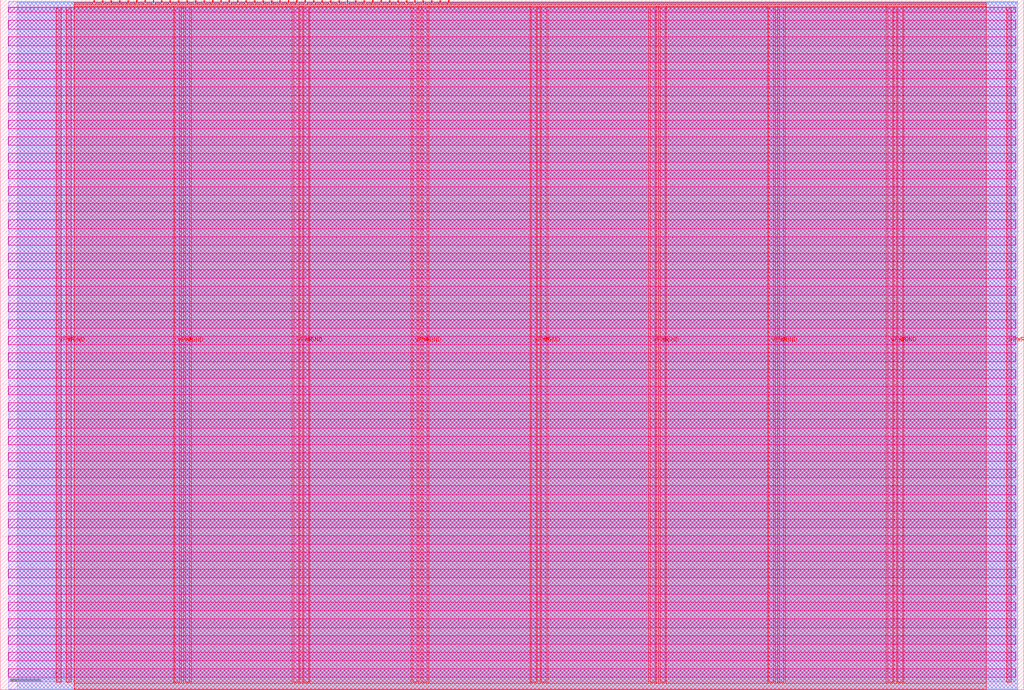
<source format=lef>
VERSION 5.7 ;
  NOWIREEXTENSIONATPIN ON ;
  DIVIDERCHAR "/" ;
  BUSBITCHARS "[]" ;
MACRO tt_um_2048_vga_game
  CLASS BLOCK ;
  FOREIGN tt_um_2048_vga_game ;
  ORIGIN 0.000 0.000 ;
  SIZE 334.880 BY 225.760 ;
  PIN VGND
    DIRECTION INOUT ;
    USE GROUND ;
    PORT
      LAYER met4 ;
        RECT 21.580 2.480 23.180 223.280 ;
    END
    PORT
      LAYER met4 ;
        RECT 60.450 2.480 62.050 223.280 ;
    END
    PORT
      LAYER met4 ;
        RECT 99.320 2.480 100.920 223.280 ;
    END
    PORT
      LAYER met4 ;
        RECT 138.190 2.480 139.790 223.280 ;
    END
    PORT
      LAYER met4 ;
        RECT 177.060 2.480 178.660 223.280 ;
    END
    PORT
      LAYER met4 ;
        RECT 215.930 2.480 217.530 223.280 ;
    END
    PORT
      LAYER met4 ;
        RECT 254.800 2.480 256.400 223.280 ;
    END
    PORT
      LAYER met4 ;
        RECT 293.670 2.480 295.270 223.280 ;
    END
  END VGND
  PIN VPWR
    DIRECTION INOUT ;
    USE POWER ;
    PORT
      LAYER met4 ;
        RECT 18.280 2.480 19.880 223.280 ;
    END
    PORT
      LAYER met4 ;
        RECT 57.150 2.480 58.750 223.280 ;
    END
    PORT
      LAYER met4 ;
        RECT 96.020 2.480 97.620 223.280 ;
    END
    PORT
      LAYER met4 ;
        RECT 134.890 2.480 136.490 223.280 ;
    END
    PORT
      LAYER met4 ;
        RECT 173.760 2.480 175.360 223.280 ;
    END
    PORT
      LAYER met4 ;
        RECT 212.630 2.480 214.230 223.280 ;
    END
    PORT
      LAYER met4 ;
        RECT 251.500 2.480 253.100 223.280 ;
    END
    PORT
      LAYER met4 ;
        RECT 290.370 2.480 291.970 223.280 ;
    END
    PORT
      LAYER met4 ;
        RECT 329.240 2.480 330.840 223.280 ;
    END
  END VPWR
  PIN clk
    DIRECTION INPUT ;
    USE SIGNAL ;
    ANTENNAGATEAREA 0.852000 ;
    PORT
      LAYER met4 ;
        RECT 143.830 224.760 144.130 225.760 ;
    END
  END clk
  PIN ena
    DIRECTION INPUT ;
    USE SIGNAL ;
    PORT
      LAYER met4 ;
        RECT 146.590 224.760 146.890 225.760 ;
    END
  END ena
  PIN rst_n
    DIRECTION INPUT ;
    USE SIGNAL ;
    ANTENNAGATEAREA 0.159000 ;
    PORT
      LAYER met4 ;
        RECT 141.070 224.760 141.370 225.760 ;
    END
  END rst_n
  PIN ui_in[0]
    DIRECTION INPUT ;
    USE SIGNAL ;
    ANTENNAGATEAREA 0.196500 ;
    PORT
      LAYER met4 ;
        RECT 138.310 224.760 138.610 225.760 ;
    END
  END ui_in[0]
  PIN ui_in[1]
    DIRECTION INPUT ;
    USE SIGNAL ;
    ANTENNAGATEAREA 0.196500 ;
    PORT
      LAYER met4 ;
        RECT 135.550 224.760 135.850 225.760 ;
    END
  END ui_in[1]
  PIN ui_in[2]
    DIRECTION INPUT ;
    USE SIGNAL ;
    ANTENNAGATEAREA 0.196500 ;
    PORT
      LAYER met4 ;
        RECT 132.790 224.760 133.090 225.760 ;
    END
  END ui_in[2]
  PIN ui_in[3]
    DIRECTION INPUT ;
    USE SIGNAL ;
    ANTENNAGATEAREA 0.196500 ;
    PORT
      LAYER met4 ;
        RECT 130.030 224.760 130.330 225.760 ;
    END
  END ui_in[3]
  PIN ui_in[4]
    DIRECTION INPUT ;
    USE SIGNAL ;
    PORT
      LAYER met4 ;
        RECT 127.270 224.760 127.570 225.760 ;
    END
  END ui_in[4]
  PIN ui_in[5]
    DIRECTION INPUT ;
    USE SIGNAL ;
    PORT
      LAYER met4 ;
        RECT 124.510 224.760 124.810 225.760 ;
    END
  END ui_in[5]
  PIN ui_in[6]
    DIRECTION INPUT ;
    USE SIGNAL ;
    PORT
      LAYER met4 ;
        RECT 121.750 224.760 122.050 225.760 ;
    END
  END ui_in[6]
  PIN ui_in[7]
    DIRECTION INPUT ;
    USE SIGNAL ;
    ANTENNAGATEAREA 0.213000 ;
    PORT
      LAYER met4 ;
        RECT 118.990 224.760 119.290 225.760 ;
    END
  END ui_in[7]
  PIN uio_in[0]
    DIRECTION INPUT ;
    USE SIGNAL ;
    ANTENNAGATEAREA 0.196500 ;
    PORT
      LAYER met4 ;
        RECT 116.230 224.760 116.530 225.760 ;
    END
  END uio_in[0]
  PIN uio_in[1]
    DIRECTION INPUT ;
    USE SIGNAL ;
    ANTENNAGATEAREA 0.213000 ;
    PORT
      LAYER met4 ;
        RECT 113.470 224.760 113.770 225.760 ;
    END
  END uio_in[1]
  PIN uio_in[2]
    DIRECTION INPUT ;
    USE SIGNAL ;
    ANTENNAGATEAREA 0.196500 ;
    PORT
      LAYER met4 ;
        RECT 110.710 224.760 111.010 225.760 ;
    END
  END uio_in[2]
  PIN uio_in[3]
    DIRECTION INPUT ;
    USE SIGNAL ;
    ANTENNAGATEAREA 0.196500 ;
    PORT
      LAYER met4 ;
        RECT 107.950 224.760 108.250 225.760 ;
    END
  END uio_in[3]
  PIN uio_in[4]
    DIRECTION INPUT ;
    USE SIGNAL ;
    ANTENNAGATEAREA 0.196500 ;
    PORT
      LAYER met4 ;
        RECT 105.190 224.760 105.490 225.760 ;
    END
  END uio_in[4]
  PIN uio_in[5]
    DIRECTION INPUT ;
    USE SIGNAL ;
    ANTENNAGATEAREA 0.196500 ;
    PORT
      LAYER met4 ;
        RECT 102.430 224.760 102.730 225.760 ;
    END
  END uio_in[5]
  PIN uio_in[6]
    DIRECTION INPUT ;
    USE SIGNAL ;
    ANTENNAGATEAREA 0.196500 ;
    PORT
      LAYER met4 ;
        RECT 99.670 224.760 99.970 225.760 ;
    END
  END uio_in[6]
  PIN uio_in[7]
    DIRECTION INPUT ;
    USE SIGNAL ;
    ANTENNAGATEAREA 0.196500 ;
    PORT
      LAYER met4 ;
        RECT 96.910 224.760 97.210 225.760 ;
    END
  END uio_in[7]
  PIN uio_oe[0]
    DIRECTION OUTPUT ;
    USE SIGNAL ;
    ANTENNADIFFAREA 0.445500 ;
    PORT
      LAYER met4 ;
        RECT 49.990 224.760 50.290 225.760 ;
    END
  END uio_oe[0]
  PIN uio_oe[1]
    DIRECTION OUTPUT ;
    USE SIGNAL ;
    ANTENNADIFFAREA 0.445500 ;
    PORT
      LAYER met4 ;
        RECT 47.230 224.760 47.530 225.760 ;
    END
  END uio_oe[1]
  PIN uio_oe[2]
    DIRECTION OUTPUT ;
    USE SIGNAL ;
    ANTENNADIFFAREA 0.445500 ;
    PORT
      LAYER met4 ;
        RECT 44.470 224.760 44.770 225.760 ;
    END
  END uio_oe[2]
  PIN uio_oe[3]
    DIRECTION OUTPUT ;
    USE SIGNAL ;
    ANTENNADIFFAREA 0.445500 ;
    PORT
      LAYER met4 ;
        RECT 41.710 224.760 42.010 225.760 ;
    END
  END uio_oe[3]
  PIN uio_oe[4]
    DIRECTION OUTPUT ;
    USE SIGNAL ;
    ANTENNADIFFAREA 0.445500 ;
    PORT
      LAYER met4 ;
        RECT 38.950 224.760 39.250 225.760 ;
    END
  END uio_oe[4]
  PIN uio_oe[5]
    DIRECTION OUTPUT ;
    USE SIGNAL ;
    ANTENNADIFFAREA 0.445500 ;
    PORT
      LAYER met4 ;
        RECT 36.190 224.760 36.490 225.760 ;
    END
  END uio_oe[5]
  PIN uio_oe[6]
    DIRECTION OUTPUT ;
    USE SIGNAL ;
    ANTENNADIFFAREA 0.445500 ;
    PORT
      LAYER met4 ;
        RECT 33.430 224.760 33.730 225.760 ;
    END
  END uio_oe[6]
  PIN uio_oe[7]
    DIRECTION OUTPUT ;
    USE SIGNAL ;
    ANTENNADIFFAREA 0.445500 ;
    PORT
      LAYER met4 ;
        RECT 30.670 224.760 30.970 225.760 ;
    END
  END uio_oe[7]
  PIN uio_out[0]
    DIRECTION OUTPUT ;
    USE SIGNAL ;
    ANTENNADIFFAREA 0.445500 ;
    PORT
      LAYER met4 ;
        RECT 72.070 224.760 72.370 225.760 ;
    END
  END uio_out[0]
  PIN uio_out[1]
    DIRECTION OUTPUT ;
    USE SIGNAL ;
    ANTENNADIFFAREA 0.445500 ;
    PORT
      LAYER met4 ;
        RECT 69.310 224.760 69.610 225.760 ;
    END
  END uio_out[1]
  PIN uio_out[2]
    DIRECTION OUTPUT ;
    USE SIGNAL ;
    ANTENNADIFFAREA 0.445500 ;
    PORT
      LAYER met4 ;
        RECT 66.550 224.760 66.850 225.760 ;
    END
  END uio_out[2]
  PIN uio_out[3]
    DIRECTION OUTPUT ;
    USE SIGNAL ;
    ANTENNADIFFAREA 0.445500 ;
    PORT
      LAYER met4 ;
        RECT 63.790 224.760 64.090 225.760 ;
    END
  END uio_out[3]
  PIN uio_out[4]
    DIRECTION OUTPUT ;
    USE SIGNAL ;
    ANTENNAGATEAREA 0.247500 ;
    ANTENNADIFFAREA 0.445500 ;
    PORT
      LAYER met4 ;
        RECT 61.030 224.760 61.330 225.760 ;
    END
  END uio_out[4]
  PIN uio_out[5]
    DIRECTION OUTPUT ;
    USE SIGNAL ;
    ANTENNAGATEAREA 0.247500 ;
    ANTENNADIFFAREA 0.891000 ;
    PORT
      LAYER met4 ;
        RECT 58.270 224.760 58.570 225.760 ;
    END
  END uio_out[5]
  PIN uio_out[6]
    DIRECTION OUTPUT ;
    USE SIGNAL ;
    ANTENNAGATEAREA 0.247500 ;
    ANTENNADIFFAREA 0.445500 ;
    PORT
      LAYER met4 ;
        RECT 55.510 224.760 55.810 225.760 ;
    END
  END uio_out[6]
  PIN uio_out[7]
    DIRECTION OUTPUT ;
    USE SIGNAL ;
    ANTENNAGATEAREA 0.247500 ;
    ANTENNADIFFAREA 0.445500 ;
    PORT
      LAYER met4 ;
        RECT 52.750 224.760 53.050 225.760 ;
    END
  END uio_out[7]
  PIN uo_out[0]
    DIRECTION OUTPUT ;
    USE SIGNAL ;
    ANTENNADIFFAREA 0.891000 ;
    PORT
      LAYER met4 ;
        RECT 94.150 224.760 94.450 225.760 ;
    END
  END uo_out[0]
  PIN uo_out[1]
    DIRECTION OUTPUT ;
    USE SIGNAL ;
    ANTENNADIFFAREA 0.445500 ;
    PORT
      LAYER met4 ;
        RECT 91.390 224.760 91.690 225.760 ;
    END
  END uo_out[1]
  PIN uo_out[2]
    DIRECTION OUTPUT ;
    USE SIGNAL ;
    ANTENNADIFFAREA 0.445500 ;
    PORT
      LAYER met4 ;
        RECT 88.630 224.760 88.930 225.760 ;
    END
  END uo_out[2]
  PIN uo_out[3]
    DIRECTION OUTPUT ;
    USE SIGNAL ;
    ANTENNADIFFAREA 0.795200 ;
    PORT
      LAYER met4 ;
        RECT 85.870 224.760 86.170 225.760 ;
    END
  END uo_out[3]
  PIN uo_out[4]
    DIRECTION OUTPUT ;
    USE SIGNAL ;
    ANTENNADIFFAREA 0.891000 ;
    PORT
      LAYER met4 ;
        RECT 83.110 224.760 83.410 225.760 ;
    END
  END uo_out[4]
  PIN uo_out[5]
    DIRECTION OUTPUT ;
    USE SIGNAL ;
    ANTENNADIFFAREA 0.445500 ;
    PORT
      LAYER met4 ;
        RECT 80.350 224.760 80.650 225.760 ;
    END
  END uo_out[5]
  PIN uo_out[6]
    DIRECTION OUTPUT ;
    USE SIGNAL ;
    ANTENNADIFFAREA 0.445500 ;
    PORT
      LAYER met4 ;
        RECT 77.590 224.760 77.890 225.760 ;
    END
  END uo_out[6]
  PIN uo_out[7]
    DIRECTION OUTPUT ;
    USE SIGNAL ;
    ANTENNADIFFAREA 0.795200 ;
    PORT
      LAYER met4 ;
        RECT 74.830 224.760 75.130 225.760 ;
    END
  END uo_out[7]
  OBS
      LAYER nwell ;
        RECT 2.570 221.625 332.310 223.230 ;
        RECT 2.570 216.185 332.310 219.015 ;
        RECT 2.570 210.745 332.310 213.575 ;
        RECT 2.570 205.305 332.310 208.135 ;
        RECT 2.570 199.865 332.310 202.695 ;
        RECT 2.570 194.425 332.310 197.255 ;
        RECT 2.570 188.985 332.310 191.815 ;
        RECT 2.570 183.545 332.310 186.375 ;
        RECT 2.570 178.105 332.310 180.935 ;
        RECT 2.570 172.665 332.310 175.495 ;
        RECT 2.570 167.225 332.310 170.055 ;
        RECT 2.570 161.785 332.310 164.615 ;
        RECT 2.570 156.345 332.310 159.175 ;
        RECT 2.570 150.905 332.310 153.735 ;
        RECT 2.570 145.465 332.310 148.295 ;
        RECT 2.570 140.025 332.310 142.855 ;
        RECT 2.570 134.585 332.310 137.415 ;
        RECT 2.570 129.145 332.310 131.975 ;
        RECT 2.570 123.705 332.310 126.535 ;
        RECT 2.570 118.265 332.310 121.095 ;
        RECT 2.570 112.825 332.310 115.655 ;
        RECT 2.570 107.385 332.310 110.215 ;
        RECT 2.570 101.945 332.310 104.775 ;
        RECT 2.570 96.505 332.310 99.335 ;
        RECT 2.570 91.065 332.310 93.895 ;
        RECT 2.570 85.625 332.310 88.455 ;
        RECT 2.570 80.185 332.310 83.015 ;
        RECT 2.570 74.745 332.310 77.575 ;
        RECT 2.570 69.305 332.310 72.135 ;
        RECT 2.570 63.865 332.310 66.695 ;
        RECT 2.570 58.425 332.310 61.255 ;
        RECT 2.570 52.985 332.310 55.815 ;
        RECT 2.570 47.545 332.310 50.375 ;
        RECT 2.570 42.105 332.310 44.935 ;
        RECT 2.570 36.665 332.310 39.495 ;
        RECT 2.570 31.225 332.310 34.055 ;
        RECT 2.570 25.785 332.310 28.615 ;
        RECT 2.570 20.345 332.310 23.175 ;
        RECT 2.570 14.905 332.310 17.735 ;
        RECT 2.570 9.465 332.310 12.295 ;
        RECT 2.570 4.025 332.310 6.855 ;
      LAYER li1 ;
        RECT 2.760 2.635 332.120 223.125 ;
      LAYER met1 ;
        RECT 2.760 0.100 332.970 225.040 ;
      LAYER met2 ;
        RECT 5.610 0.155 332.950 225.070 ;
      LAYER met3 ;
        RECT 5.585 0.175 332.975 224.905 ;
      LAYER met4 ;
        RECT 24.215 224.360 30.270 224.760 ;
        RECT 31.370 224.360 33.030 224.760 ;
        RECT 34.130 224.360 35.790 224.760 ;
        RECT 36.890 224.360 38.550 224.760 ;
        RECT 39.650 224.360 41.310 224.760 ;
        RECT 42.410 224.360 44.070 224.760 ;
        RECT 45.170 224.360 46.830 224.760 ;
        RECT 47.930 224.360 49.590 224.760 ;
        RECT 50.690 224.360 52.350 224.760 ;
        RECT 53.450 224.360 55.110 224.760 ;
        RECT 56.210 224.360 57.870 224.760 ;
        RECT 58.970 224.360 60.630 224.760 ;
        RECT 61.730 224.360 63.390 224.760 ;
        RECT 64.490 224.360 66.150 224.760 ;
        RECT 67.250 224.360 68.910 224.760 ;
        RECT 70.010 224.360 71.670 224.760 ;
        RECT 72.770 224.360 74.430 224.760 ;
        RECT 75.530 224.360 77.190 224.760 ;
        RECT 78.290 224.360 79.950 224.760 ;
        RECT 81.050 224.360 82.710 224.760 ;
        RECT 83.810 224.360 85.470 224.760 ;
        RECT 86.570 224.360 88.230 224.760 ;
        RECT 89.330 224.360 90.990 224.760 ;
        RECT 92.090 224.360 93.750 224.760 ;
        RECT 94.850 224.360 96.510 224.760 ;
        RECT 97.610 224.360 99.270 224.760 ;
        RECT 100.370 224.360 102.030 224.760 ;
        RECT 103.130 224.360 104.790 224.760 ;
        RECT 105.890 224.360 107.550 224.760 ;
        RECT 108.650 224.360 110.310 224.760 ;
        RECT 111.410 224.360 113.070 224.760 ;
        RECT 114.170 224.360 115.830 224.760 ;
        RECT 116.930 224.360 118.590 224.760 ;
        RECT 119.690 224.360 121.350 224.760 ;
        RECT 122.450 224.360 124.110 224.760 ;
        RECT 125.210 224.360 126.870 224.760 ;
        RECT 127.970 224.360 129.630 224.760 ;
        RECT 130.730 224.360 132.390 224.760 ;
        RECT 133.490 224.360 135.150 224.760 ;
        RECT 136.250 224.360 137.910 224.760 ;
        RECT 139.010 224.360 140.670 224.760 ;
        RECT 141.770 224.360 143.430 224.760 ;
        RECT 144.530 224.360 146.190 224.760 ;
        RECT 147.290 224.360 322.625 224.760 ;
        RECT 24.215 223.680 322.625 224.360 ;
        RECT 24.215 2.080 56.750 223.680 ;
        RECT 59.150 2.080 60.050 223.680 ;
        RECT 62.450 2.080 95.620 223.680 ;
        RECT 98.020 2.080 98.920 223.680 ;
        RECT 101.320 2.080 134.490 223.680 ;
        RECT 136.890 2.080 137.790 223.680 ;
        RECT 140.190 2.080 173.360 223.680 ;
        RECT 175.760 2.080 176.660 223.680 ;
        RECT 179.060 2.080 212.230 223.680 ;
        RECT 214.630 2.080 215.530 223.680 ;
        RECT 217.930 2.080 251.100 223.680 ;
        RECT 253.500 2.080 254.400 223.680 ;
        RECT 256.800 2.080 289.970 223.680 ;
        RECT 292.370 2.080 293.270 223.680 ;
        RECT 295.670 2.080 322.625 223.680 ;
        RECT 24.215 0.175 322.625 2.080 ;
  END
END tt_um_2048_vga_game
END LIBRARY


</source>
